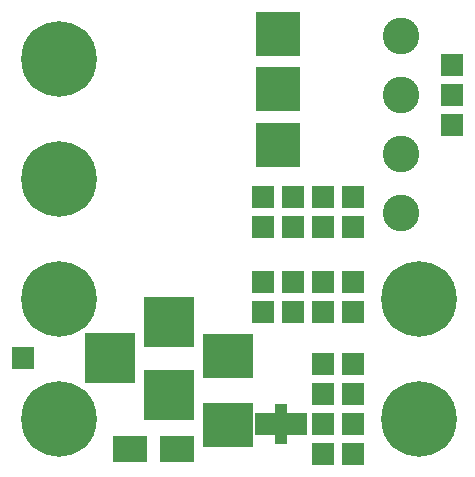
<source format=gbr>
G04 #@! TF.FileFunction,Soldermask,Bot*
%FSLAX46Y46*%
G04 Gerber Fmt 4.6, Leading zero omitted, Abs format (unit mm)*
G04 Created by KiCad (PCBNEW 4.0.1-stable) date 16. 2. 2016 6:52:41*
%MOMM*%
G01*
G04 APERTURE LIST*
%ADD10C,0.300000*%
%ADD11C,6.400000*%
%ADD12R,1.924000X1.924000*%
%ADD13R,4.210000X4.210000*%
%ADD14R,1.700000X1.900000*%
%ADD15R,1.100000X3.400000*%
%ADD16R,3.800000X3.800000*%
%ADD17C,3.100000*%
%ADD18R,2.899360X2.200860*%
%ADD19R,4.210000X3.730000*%
G04 APERTURE END LIST*
D10*
D11*
X35560000Y15240000D03*
D12*
X29972000Y2095500D03*
X27432000Y2095500D03*
X29972000Y4635500D03*
X27432000Y4635500D03*
X29972000Y7175500D03*
X27432000Y7175500D03*
X29972000Y9715500D03*
X27432000Y9715500D03*
D13*
X14351000Y13312000D03*
X14351000Y7112000D03*
X9351000Y10212000D03*
D14*
X22462500Y4699000D03*
D15*
X23812500Y4699000D03*
D14*
X25162500Y4699000D03*
D12*
X22352000Y14160500D03*
X22352000Y16700500D03*
X22352000Y21336000D03*
X22352000Y23876000D03*
X24892000Y21336000D03*
X24892000Y23876000D03*
X24892000Y14160500D03*
X24892000Y16700500D03*
X38354000Y35052000D03*
X38354000Y29972000D03*
D16*
X23622000Y28320000D03*
X23622000Y33020000D03*
X23622000Y37720000D03*
D11*
X5080000Y15240000D03*
X35560000Y5080000D03*
X5080000Y5080000D03*
X5080000Y25400000D03*
X5080000Y35560000D03*
D12*
X38354000Y32512000D03*
D17*
X33972500Y22500000D03*
X33972500Y37500000D03*
X33972500Y27495500D03*
D18*
X11018520Y2540000D03*
X15016480Y2540000D03*
D17*
X33972500Y32500000D03*
D12*
X29972000Y14160500D03*
X29972000Y16700500D03*
X29972000Y21336000D03*
X29972000Y23876000D03*
X27432000Y21336000D03*
X27432000Y23876000D03*
X27432000Y14160500D03*
X27432000Y16700500D03*
D19*
X19367500Y10403000D03*
X19367500Y4583000D03*
D12*
X1968500Y10287000D03*
M02*

</source>
